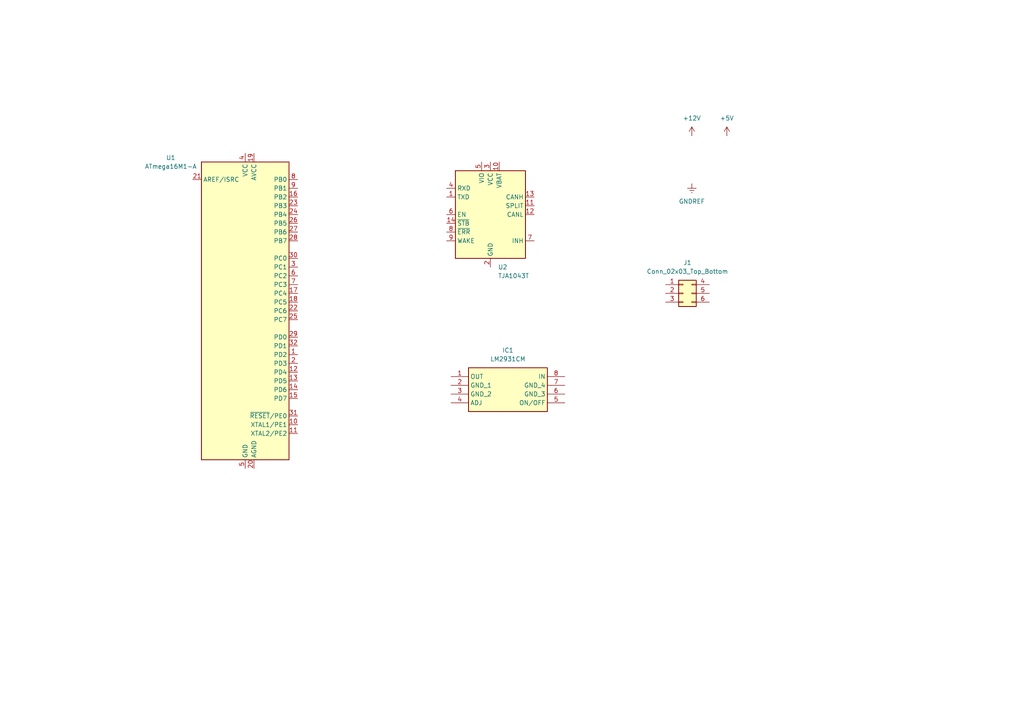
<source format=kicad_sch>
(kicad_sch
	(version 20231120)
	(generator "eeschema")
	(generator_version "8.0")
	(uuid "5e89252d-4020-466b-9ec0-ccc226b4c324")
	(paper "A4")
	(lib_symbols
		(symbol "Connector_Generic:Conn_02x03_Top_Bottom"
			(pin_names
				(offset 1.016) hide)
			(exclude_from_sim no)
			(in_bom yes)
			(on_board yes)
			(property "Reference" "J"
				(at 1.27 5.08 0)
				(effects
					(font
						(size 1.27 1.27)
					)
				)
			)
			(property "Value" "Conn_02x03_Top_Bottom"
				(at 1.27 -5.08 0)
				(effects
					(font
						(size 1.27 1.27)
					)
				)
			)
			(property "Footprint" ""
				(at 0 0 0)
				(effects
					(font
						(size 1.27 1.27)
					)
					(hide yes)
				)
			)
			(property "Datasheet" "~"
				(at 0 0 0)
				(effects
					(font
						(size 1.27 1.27)
					)
					(hide yes)
				)
			)
			(property "Description" "Generic connector, double row, 02x03, top/bottom pin numbering scheme (row 1: 1...pins_per_row, row2: pins_per_row+1 ... num_pins), script generated (kicad-library-utils/schlib/autogen/connector/)"
				(at 0 0 0)
				(effects
					(font
						(size 1.27 1.27)
					)
					(hide yes)
				)
			)
			(property "ki_keywords" "connector"
				(at 0 0 0)
				(effects
					(font
						(size 1.27 1.27)
					)
					(hide yes)
				)
			)
			(property "ki_fp_filters" "Connector*:*_2x??_*"
				(at 0 0 0)
				(effects
					(font
						(size 1.27 1.27)
					)
					(hide yes)
				)
			)
			(symbol "Conn_02x03_Top_Bottom_1_1"
				(rectangle
					(start -1.27 -2.413)
					(end 0 -2.667)
					(stroke
						(width 0.1524)
						(type default)
					)
					(fill
						(type none)
					)
				)
				(rectangle
					(start -1.27 0.127)
					(end 0 -0.127)
					(stroke
						(width 0.1524)
						(type default)
					)
					(fill
						(type none)
					)
				)
				(rectangle
					(start -1.27 2.667)
					(end 0 2.413)
					(stroke
						(width 0.1524)
						(type default)
					)
					(fill
						(type none)
					)
				)
				(rectangle
					(start -1.27 3.81)
					(end 3.81 -3.81)
					(stroke
						(width 0.254)
						(type default)
					)
					(fill
						(type background)
					)
				)
				(rectangle
					(start 3.81 -2.413)
					(end 2.54 -2.667)
					(stroke
						(width 0.1524)
						(type default)
					)
					(fill
						(type none)
					)
				)
				(rectangle
					(start 3.81 0.127)
					(end 2.54 -0.127)
					(stroke
						(width 0.1524)
						(type default)
					)
					(fill
						(type none)
					)
				)
				(rectangle
					(start 3.81 2.667)
					(end 2.54 2.413)
					(stroke
						(width 0.1524)
						(type default)
					)
					(fill
						(type none)
					)
				)
				(pin passive line
					(at -5.08 2.54 0)
					(length 3.81)
					(name "Pin_1"
						(effects
							(font
								(size 1.27 1.27)
							)
						)
					)
					(number "1"
						(effects
							(font
								(size 1.27 1.27)
							)
						)
					)
				)
				(pin passive line
					(at -5.08 0 0)
					(length 3.81)
					(name "Pin_2"
						(effects
							(font
								(size 1.27 1.27)
							)
						)
					)
					(number "2"
						(effects
							(font
								(size 1.27 1.27)
							)
						)
					)
				)
				(pin passive line
					(at -5.08 -2.54 0)
					(length 3.81)
					(name "Pin_3"
						(effects
							(font
								(size 1.27 1.27)
							)
						)
					)
					(number "3"
						(effects
							(font
								(size 1.27 1.27)
							)
						)
					)
				)
				(pin passive line
					(at 7.62 2.54 180)
					(length 3.81)
					(name "Pin_4"
						(effects
							(font
								(size 1.27 1.27)
							)
						)
					)
					(number "4"
						(effects
							(font
								(size 1.27 1.27)
							)
						)
					)
				)
				(pin passive line
					(at 7.62 0 180)
					(length 3.81)
					(name "Pin_5"
						(effects
							(font
								(size 1.27 1.27)
							)
						)
					)
					(number "5"
						(effects
							(font
								(size 1.27 1.27)
							)
						)
					)
				)
				(pin passive line
					(at 7.62 -2.54 180)
					(length 3.81)
					(name "Pin_6"
						(effects
							(font
								(size 1.27 1.27)
							)
						)
					)
					(number "6"
						(effects
							(font
								(size 1.27 1.27)
							)
						)
					)
				)
			)
		)
		(symbol "Interface_CAN_LIN:TJA1043T"
			(exclude_from_sim no)
			(in_bom yes)
			(on_board yes)
			(property "Reference" "U"
				(at -10.16 13.97 0)
				(effects
					(font
						(size 1.27 1.27)
					)
					(justify left)
				)
			)
			(property "Value" "TJA1043T"
				(at 3.81 13.97 0)
				(effects
					(font
						(size 1.27 1.27)
					)
					(justify left)
				)
			)
			(property "Footprint" "Package_SO:SOIC-14_3.9x8.7mm_P1.27mm"
				(at 0 -24.13 0)
				(effects
					(font
						(size 1.27 1.27)
					)
					(hide yes)
				)
			)
			(property "Datasheet" "https://www.nxp.com/docs/en/data-sheet/TJA1043.pdf"
				(at 0 -5.08 0)
				(effects
					(font
						(size 1.27 1.27)
					)
					(hide yes)
				)
			)
			(property "Description" "High-speed CAN-FD Transceiver with Sleep Mode, SOIC-14"
				(at 0 0 0)
				(effects
					(font
						(size 1.27 1.27)
					)
					(hide yes)
				)
			)
			(property "ki_keywords" "CAN FD High Speed CAN Transceiver Sleep Split-Pin VIO"
				(at 0 0 0)
				(effects
					(font
						(size 1.27 1.27)
					)
					(hide yes)
				)
			)
			(property "ki_fp_filters" "SOIC*3.9x8.7mm*P1.27mm*"
				(at 0 0 0)
				(effects
					(font
						(size 1.27 1.27)
					)
					(hide yes)
				)
			)
			(symbol "TJA1043T_0_1"
				(rectangle
					(start -10.16 12.7)
					(end 10.16 -12.7)
					(stroke
						(width 0.254)
						(type default)
					)
					(fill
						(type background)
					)
				)
			)
			(symbol "TJA1043T_1_1"
				(pin input line
					(at -12.7 5.08 0)
					(length 2.54)
					(name "TXD"
						(effects
							(font
								(size 1.27 1.27)
							)
						)
					)
					(number "1"
						(effects
							(font
								(size 1.27 1.27)
							)
						)
					)
				)
				(pin power_in line
					(at 2.54 15.24 270)
					(length 2.54)
					(name "VBAT"
						(effects
							(font
								(size 1.27 1.27)
							)
						)
					)
					(number "10"
						(effects
							(font
								(size 1.27 1.27)
							)
						)
					)
				)
				(pin output line
					(at 12.7 2.54 180)
					(length 2.54)
					(name "SPLIT"
						(effects
							(font
								(size 1.27 1.27)
							)
						)
					)
					(number "11"
						(effects
							(font
								(size 1.27 1.27)
							)
						)
					)
				)
				(pin bidirectional line
					(at 12.7 0 180)
					(length 2.54)
					(name "CANL"
						(effects
							(font
								(size 1.27 1.27)
							)
						)
					)
					(number "12"
						(effects
							(font
								(size 1.27 1.27)
							)
						)
					)
				)
				(pin bidirectional line
					(at 12.7 5.08 180)
					(length 2.54)
					(name "CANH"
						(effects
							(font
								(size 1.27 1.27)
							)
						)
					)
					(number "13"
						(effects
							(font
								(size 1.27 1.27)
							)
						)
					)
				)
				(pin input line
					(at -12.7 -2.54 0)
					(length 2.54)
					(name "~{STB}"
						(effects
							(font
								(size 1.27 1.27)
							)
						)
					)
					(number "14"
						(effects
							(font
								(size 1.27 1.27)
							)
						)
					)
				)
				(pin power_in line
					(at 0 -15.24 90)
					(length 2.54)
					(name "GND"
						(effects
							(font
								(size 1.27 1.27)
							)
						)
					)
					(number "2"
						(effects
							(font
								(size 1.27 1.27)
							)
						)
					)
				)
				(pin power_in line
					(at 0 15.24 270)
					(length 2.54)
					(name "VCC"
						(effects
							(font
								(size 1.27 1.27)
							)
						)
					)
					(number "3"
						(effects
							(font
								(size 1.27 1.27)
							)
						)
					)
				)
				(pin output line
					(at -12.7 7.62 0)
					(length 2.54)
					(name "RXD"
						(effects
							(font
								(size 1.27 1.27)
							)
						)
					)
					(number "4"
						(effects
							(font
								(size 1.27 1.27)
							)
						)
					)
				)
				(pin power_in line
					(at -2.54 15.24 270)
					(length 2.54)
					(name "VIO"
						(effects
							(font
								(size 1.27 1.27)
							)
						)
					)
					(number "5"
						(effects
							(font
								(size 1.27 1.27)
							)
						)
					)
				)
				(pin input line
					(at -12.7 0 0)
					(length 2.54)
					(name "EN"
						(effects
							(font
								(size 1.27 1.27)
							)
						)
					)
					(number "6"
						(effects
							(font
								(size 1.27 1.27)
							)
						)
					)
				)
				(pin open_emitter line
					(at 12.7 -7.62 180)
					(length 2.54)
					(name "INH"
						(effects
							(font
								(size 1.27 1.27)
							)
						)
					)
					(number "7"
						(effects
							(font
								(size 1.27 1.27)
							)
						)
					)
				)
				(pin output line
					(at -12.7 -5.08 0)
					(length 2.54)
					(name "~{ERR}"
						(effects
							(font
								(size 1.27 1.27)
							)
						)
					)
					(number "8"
						(effects
							(font
								(size 1.27 1.27)
							)
						)
					)
				)
				(pin input line
					(at -12.7 -7.62 0)
					(length 2.54)
					(name "WAKE"
						(effects
							(font
								(size 1.27 1.27)
							)
						)
					)
					(number "9"
						(effects
							(font
								(size 1.27 1.27)
							)
						)
					)
				)
			)
		)
		(symbol "LM2931CM:LM2931CM"
			(exclude_from_sim no)
			(in_bom yes)
			(on_board yes)
			(property "Reference" "IC"
				(at 29.21 7.62 0)
				(effects
					(font
						(size 1.27 1.27)
					)
					(justify left top)
				)
			)
			(property "Value" "LM2931CM"
				(at 29.21 5.08 0)
				(effects
					(font
						(size 1.27 1.27)
					)
					(justify left top)
				)
			)
			(property "Footprint" "SOIC127P600X175-8N"
				(at 29.21 -94.92 0)
				(effects
					(font
						(size 1.27 1.27)
					)
					(justify left top)
					(hide yes)
				)
			)
			(property "Datasheet" "http://www.ti.com/lit/ds/snosbe5g/snosbe5g.pdf"
				(at 29.21 -194.92 0)
				(effects
					(font
						(size 1.27 1.27)
					)
					(justify left top)
					(hide yes)
				)
			)
			(property "Description" "Series Low Dropout Regulators"
				(at 0 0 0)
				(effects
					(font
						(size 1.27 1.27)
					)
					(hide yes)
				)
			)
			(property "Height" "1.75"
				(at 29.21 -394.92 0)
				(effects
					(font
						(size 1.27 1.27)
					)
					(justify left top)
					(hide yes)
				)
			)
			(property "Mouser Part Number" "926-LM2931CM"
				(at 29.21 -494.92 0)
				(effects
					(font
						(size 1.27 1.27)
					)
					(justify left top)
					(hide yes)
				)
			)
			(property "Mouser Price/Stock" "https://www.mouser.co.uk/ProductDetail/Texas-Instruments/LM2931CM?qs=X1J7HmVL2ZGxAiyvyrjyRg%3D%3D"
				(at 29.21 -594.92 0)
				(effects
					(font
						(size 1.27 1.27)
					)
					(justify left top)
					(hide yes)
				)
			)
			(property "Manufacturer_Name" "Texas Instruments"
				(at 29.21 -694.92 0)
				(effects
					(font
						(size 1.27 1.27)
					)
					(justify left top)
					(hide yes)
				)
			)
			(property "Manufacturer_Part_Number" "LM2931CM"
				(at 29.21 -794.92 0)
				(effects
					(font
						(size 1.27 1.27)
					)
					(justify left top)
					(hide yes)
				)
			)
			(symbol "LM2931CM_1_1"
				(rectangle
					(start 5.08 2.54)
					(end 27.94 -10.16)
					(stroke
						(width 0.254)
						(type default)
					)
					(fill
						(type background)
					)
				)
				(pin passive line
					(at 0 0 0)
					(length 5.08)
					(name "OUT"
						(effects
							(font
								(size 1.27 1.27)
							)
						)
					)
					(number "1"
						(effects
							(font
								(size 1.27 1.27)
							)
						)
					)
				)
				(pin passive line
					(at 0 -2.54 0)
					(length 5.08)
					(name "GND_1"
						(effects
							(font
								(size 1.27 1.27)
							)
						)
					)
					(number "2"
						(effects
							(font
								(size 1.27 1.27)
							)
						)
					)
				)
				(pin passive line
					(at 0 -5.08 0)
					(length 5.08)
					(name "GND_2"
						(effects
							(font
								(size 1.27 1.27)
							)
						)
					)
					(number "3"
						(effects
							(font
								(size 1.27 1.27)
							)
						)
					)
				)
				(pin passive line
					(at 0 -7.62 0)
					(length 5.08)
					(name "ADJ"
						(effects
							(font
								(size 1.27 1.27)
							)
						)
					)
					(number "4"
						(effects
							(font
								(size 1.27 1.27)
							)
						)
					)
				)
				(pin passive line
					(at 33.02 -7.62 180)
					(length 5.08)
					(name "ON/OFF"
						(effects
							(font
								(size 1.27 1.27)
							)
						)
					)
					(number "5"
						(effects
							(font
								(size 1.27 1.27)
							)
						)
					)
				)
				(pin passive line
					(at 33.02 -5.08 180)
					(length 5.08)
					(name "GND_3"
						(effects
							(font
								(size 1.27 1.27)
							)
						)
					)
					(number "6"
						(effects
							(font
								(size 1.27 1.27)
							)
						)
					)
				)
				(pin passive line
					(at 33.02 -2.54 180)
					(length 5.08)
					(name "GND_4"
						(effects
							(font
								(size 1.27 1.27)
							)
						)
					)
					(number "7"
						(effects
							(font
								(size 1.27 1.27)
							)
						)
					)
				)
				(pin passive line
					(at 33.02 0 180)
					(length 5.08)
					(name "IN"
						(effects
							(font
								(size 1.27 1.27)
							)
						)
					)
					(number "8"
						(effects
							(font
								(size 1.27 1.27)
							)
						)
					)
				)
			)
		)
		(symbol "MCU_Microchip_ATmega:ATmega16M1-A"
			(exclude_from_sim no)
			(in_bom yes)
			(on_board yes)
			(property "Reference" "U"
				(at -12.7 44.45 0)
				(effects
					(font
						(size 1.27 1.27)
					)
					(justify left bottom)
				)
			)
			(property "Value" "ATmega16M1-A"
				(at 5.08 -44.45 0)
				(effects
					(font
						(size 1.27 1.27)
					)
					(justify left top)
				)
			)
			(property "Footprint" "Package_QFP:TQFP-32_7x7mm_P0.8mm"
				(at 0 0 0)
				(effects
					(font
						(size 1.27 1.27)
						(italic yes)
					)
					(hide yes)
				)
			)
			(property "Datasheet" "http://ww1.microchip.com/downloads/en/DeviceDoc/Atmel-8209-8-bit%20AVR%20ATmega16M1-32M1-64M1_Datasheet.pdf"
				(at 0 0 0)
				(effects
					(font
						(size 1.27 1.27)
					)
					(hide yes)
				)
			)
			(property "Description" "16MHz, 16kB Flash, 1kB SRAM, 512B EEPROM, CAN, TQFP-32"
				(at 0 0 0)
				(effects
					(font
						(size 1.27 1.27)
					)
					(hide yes)
				)
			)
			(property "ki_keywords" "AVR 8bit Microcontroller MegaAVR"
				(at 0 0 0)
				(effects
					(font
						(size 1.27 1.27)
					)
					(hide yes)
				)
			)
			(property "ki_fp_filters" "TQFP*7x7mm*P0.8mm*"
				(at 0 0 0)
				(effects
					(font
						(size 1.27 1.27)
					)
					(hide yes)
				)
			)
			(symbol "ATmega16M1-A_0_1"
				(rectangle
					(start -12.7 -43.18)
					(end 12.7 43.18)
					(stroke
						(width 0.254)
						(type default)
					)
					(fill
						(type background)
					)
				)
			)
			(symbol "ATmega16M1-A_1_1"
				(pin bidirectional line
					(at 15.24 -12.7 180)
					(length 2.54)
					(name "PD2"
						(effects
							(font
								(size 1.27 1.27)
							)
						)
					)
					(number "1"
						(effects
							(font
								(size 1.27 1.27)
							)
						)
					)
				)
				(pin bidirectional line
					(at 15.24 -33.02 180)
					(length 2.54)
					(name "XTAL1/PE1"
						(effects
							(font
								(size 1.27 1.27)
							)
						)
					)
					(number "10"
						(effects
							(font
								(size 1.27 1.27)
							)
						)
					)
				)
				(pin bidirectional line
					(at 15.24 -35.56 180)
					(length 2.54)
					(name "XTAL2/PE2"
						(effects
							(font
								(size 1.27 1.27)
							)
						)
					)
					(number "11"
						(effects
							(font
								(size 1.27 1.27)
							)
						)
					)
				)
				(pin bidirectional line
					(at 15.24 -17.78 180)
					(length 2.54)
					(name "PD4"
						(effects
							(font
								(size 1.27 1.27)
							)
						)
					)
					(number "12"
						(effects
							(font
								(size 1.27 1.27)
							)
						)
					)
				)
				(pin bidirectional line
					(at 15.24 -20.32 180)
					(length 2.54)
					(name "PD5"
						(effects
							(font
								(size 1.27 1.27)
							)
						)
					)
					(number "13"
						(effects
							(font
								(size 1.27 1.27)
							)
						)
					)
				)
				(pin bidirectional line
					(at 15.24 -22.86 180)
					(length 2.54)
					(name "PD6"
						(effects
							(font
								(size 1.27 1.27)
							)
						)
					)
					(number "14"
						(effects
							(font
								(size 1.27 1.27)
							)
						)
					)
				)
				(pin bidirectional line
					(at 15.24 -25.4 180)
					(length 2.54)
					(name "PD7"
						(effects
							(font
								(size 1.27 1.27)
							)
						)
					)
					(number "15"
						(effects
							(font
								(size 1.27 1.27)
							)
						)
					)
				)
				(pin bidirectional line
					(at 15.24 33.02 180)
					(length 2.54)
					(name "PB2"
						(effects
							(font
								(size 1.27 1.27)
							)
						)
					)
					(number "16"
						(effects
							(font
								(size 1.27 1.27)
							)
						)
					)
				)
				(pin bidirectional line
					(at 15.24 5.08 180)
					(length 2.54)
					(name "PC4"
						(effects
							(font
								(size 1.27 1.27)
							)
						)
					)
					(number "17"
						(effects
							(font
								(size 1.27 1.27)
							)
						)
					)
				)
				(pin bidirectional line
					(at 15.24 2.54 180)
					(length 2.54)
					(name "PC5"
						(effects
							(font
								(size 1.27 1.27)
							)
						)
					)
					(number "18"
						(effects
							(font
								(size 1.27 1.27)
							)
						)
					)
				)
				(pin power_in line
					(at 2.54 45.72 270)
					(length 2.54)
					(name "AVCC"
						(effects
							(font
								(size 1.27 1.27)
							)
						)
					)
					(number "19"
						(effects
							(font
								(size 1.27 1.27)
							)
						)
					)
				)
				(pin bidirectional line
					(at 15.24 -15.24 180)
					(length 2.54)
					(name "PD3"
						(effects
							(font
								(size 1.27 1.27)
							)
						)
					)
					(number "2"
						(effects
							(font
								(size 1.27 1.27)
							)
						)
					)
				)
				(pin power_in line
					(at 2.54 -45.72 90)
					(length 2.54)
					(name "AGND"
						(effects
							(font
								(size 1.27 1.27)
							)
						)
					)
					(number "20"
						(effects
							(font
								(size 1.27 1.27)
							)
						)
					)
				)
				(pin passive line
					(at -15.24 38.1 0)
					(length 2.54)
					(name "AREF/ISRC"
						(effects
							(font
								(size 1.27 1.27)
							)
						)
					)
					(number "21"
						(effects
							(font
								(size 1.27 1.27)
							)
						)
					)
				)
				(pin bidirectional line
					(at 15.24 0 180)
					(length 2.54)
					(name "PC6"
						(effects
							(font
								(size 1.27 1.27)
							)
						)
					)
					(number "22"
						(effects
							(font
								(size 1.27 1.27)
							)
						)
					)
				)
				(pin bidirectional line
					(at 15.24 30.48 180)
					(length 2.54)
					(name "PB3"
						(effects
							(font
								(size 1.27 1.27)
							)
						)
					)
					(number "23"
						(effects
							(font
								(size 1.27 1.27)
							)
						)
					)
				)
				(pin bidirectional line
					(at 15.24 27.94 180)
					(length 2.54)
					(name "PB4"
						(effects
							(font
								(size 1.27 1.27)
							)
						)
					)
					(number "24"
						(effects
							(font
								(size 1.27 1.27)
							)
						)
					)
				)
				(pin bidirectional line
					(at 15.24 -2.54 180)
					(length 2.54)
					(name "PC7"
						(effects
							(font
								(size 1.27 1.27)
							)
						)
					)
					(number "25"
						(effects
							(font
								(size 1.27 1.27)
							)
						)
					)
				)
				(pin bidirectional line
					(at 15.24 25.4 180)
					(length 2.54)
					(name "PB5"
						(effects
							(font
								(size 1.27 1.27)
							)
						)
					)
					(number "26"
						(effects
							(font
								(size 1.27 1.27)
							)
						)
					)
				)
				(pin bidirectional line
					(at 15.24 22.86 180)
					(length 2.54)
					(name "PB6"
						(effects
							(font
								(size 1.27 1.27)
							)
						)
					)
					(number "27"
						(effects
							(font
								(size 1.27 1.27)
							)
						)
					)
				)
				(pin bidirectional line
					(at 15.24 20.32 180)
					(length 2.54)
					(name "PB7"
						(effects
							(font
								(size 1.27 1.27)
							)
						)
					)
					(number "28"
						(effects
							(font
								(size 1.27 1.27)
							)
						)
					)
				)
				(pin bidirectional line
					(at 15.24 -7.62 180)
					(length 2.54)
					(name "PD0"
						(effects
							(font
								(size 1.27 1.27)
							)
						)
					)
					(number "29"
						(effects
							(font
								(size 1.27 1.27)
							)
						)
					)
				)
				(pin bidirectional line
					(at 15.24 12.7 180)
					(length 2.54)
					(name "PC1"
						(effects
							(font
								(size 1.27 1.27)
							)
						)
					)
					(number "3"
						(effects
							(font
								(size 1.27 1.27)
							)
						)
					)
				)
				(pin bidirectional line
					(at 15.24 15.24 180)
					(length 2.54)
					(name "PC0"
						(effects
							(font
								(size 1.27 1.27)
							)
						)
					)
					(number "30"
						(effects
							(font
								(size 1.27 1.27)
							)
						)
					)
				)
				(pin bidirectional line
					(at 15.24 -30.48 180)
					(length 2.54)
					(name "~{RESET}/PE0"
						(effects
							(font
								(size 1.27 1.27)
							)
						)
					)
					(number "31"
						(effects
							(font
								(size 1.27 1.27)
							)
						)
					)
				)
				(pin bidirectional line
					(at 15.24 -10.16 180)
					(length 2.54)
					(name "PD1"
						(effects
							(font
								(size 1.27 1.27)
							)
						)
					)
					(number "32"
						(effects
							(font
								(size 1.27 1.27)
							)
						)
					)
				)
				(pin power_in line
					(at 0 45.72 270)
					(length 2.54)
					(name "VCC"
						(effects
							(font
								(size 1.27 1.27)
							)
						)
					)
					(number "4"
						(effects
							(font
								(size 1.27 1.27)
							)
						)
					)
				)
				(pin power_in line
					(at 0 -45.72 90)
					(length 2.54)
					(name "GND"
						(effects
							(font
								(size 1.27 1.27)
							)
						)
					)
					(number "5"
						(effects
							(font
								(size 1.27 1.27)
							)
						)
					)
				)
				(pin bidirectional line
					(at 15.24 10.16 180)
					(length 2.54)
					(name "PC2"
						(effects
							(font
								(size 1.27 1.27)
							)
						)
					)
					(number "6"
						(effects
							(font
								(size 1.27 1.27)
							)
						)
					)
				)
				(pin bidirectional line
					(at 15.24 7.62 180)
					(length 2.54)
					(name "PC3"
						(effects
							(font
								(size 1.27 1.27)
							)
						)
					)
					(number "7"
						(effects
							(font
								(size 1.27 1.27)
							)
						)
					)
				)
				(pin bidirectional line
					(at 15.24 38.1 180)
					(length 2.54)
					(name "PB0"
						(effects
							(font
								(size 1.27 1.27)
							)
						)
					)
					(number "8"
						(effects
							(font
								(size 1.27 1.27)
							)
						)
					)
				)
				(pin bidirectional line
					(at 15.24 35.56 180)
					(length 2.54)
					(name "PB1"
						(effects
							(font
								(size 1.27 1.27)
							)
						)
					)
					(number "9"
						(effects
							(font
								(size 1.27 1.27)
							)
						)
					)
				)
			)
		)
		(symbol "power:+12V"
			(power)
			(pin_numbers hide)
			(pin_names
				(offset 0) hide)
			(exclude_from_sim no)
			(in_bom yes)
			(on_board yes)
			(property "Reference" "#PWR"
				(at 0 -3.81 0)
				(effects
					(font
						(size 1.27 1.27)
					)
					(hide yes)
				)
			)
			(property "Value" "+12V"
				(at 0 3.556 0)
				(effects
					(font
						(size 1.27 1.27)
					)
				)
			)
			(property "Footprint" ""
				(at 0 0 0)
				(effects
					(font
						(size 1.27 1.27)
					)
					(hide yes)
				)
			)
			(property "Datasheet" ""
				(at 0 0 0)
				(effects
					(font
						(size 1.27 1.27)
					)
					(hide yes)
				)
			)
			(property "Description" "Power symbol creates a global label with name \"+12V\""
				(at 0 0 0)
				(effects
					(font
						(size 1.27 1.27)
					)
					(hide yes)
				)
			)
			(property "ki_keywords" "global power"
				(at 0 0 0)
				(effects
					(font
						(size 1.27 1.27)
					)
					(hide yes)
				)
			)
			(symbol "+12V_0_1"
				(polyline
					(pts
						(xy -0.762 1.27) (xy 0 2.54)
					)
					(stroke
						(width 0)
						(type default)
					)
					(fill
						(type none)
					)
				)
				(polyline
					(pts
						(xy 0 0) (xy 0 2.54)
					)
					(stroke
						(width 0)
						(type default)
					)
					(fill
						(type none)
					)
				)
				(polyline
					(pts
						(xy 0 2.54) (xy 0.762 1.27)
					)
					(stroke
						(width 0)
						(type default)
					)
					(fill
						(type none)
					)
				)
			)
			(symbol "+12V_1_1"
				(pin power_in line
					(at 0 0 90)
					(length 0)
					(name "~"
						(effects
							(font
								(size 1.27 1.27)
							)
						)
					)
					(number "1"
						(effects
							(font
								(size 1.27 1.27)
							)
						)
					)
				)
			)
		)
		(symbol "power:+5V"
			(power)
			(pin_numbers hide)
			(pin_names
				(offset 0) hide)
			(exclude_from_sim no)
			(in_bom yes)
			(on_board yes)
			(property "Reference" "#PWR"
				(at 0 -3.81 0)
				(effects
					(font
						(size 1.27 1.27)
					)
					(hide yes)
				)
			)
			(property "Value" "+5V"
				(at 0 3.556 0)
				(effects
					(font
						(size 1.27 1.27)
					)
				)
			)
			(property "Footprint" ""
				(at 0 0 0)
				(effects
					(font
						(size 1.27 1.27)
					)
					(hide yes)
				)
			)
			(property "Datasheet" ""
				(at 0 0 0)
				(effects
					(font
						(size 1.27 1.27)
					)
					(hide yes)
				)
			)
			(property "Description" "Power symbol creates a global label with name \"+5V\""
				(at 0 0 0)
				(effects
					(font
						(size 1.27 1.27)
					)
					(hide yes)
				)
			)
			(property "ki_keywords" "global power"
				(at 0 0 0)
				(effects
					(font
						(size 1.27 1.27)
					)
					(hide yes)
				)
			)
			(symbol "+5V_0_1"
				(polyline
					(pts
						(xy -0.762 1.27) (xy 0 2.54)
					)
					(stroke
						(width 0)
						(type default)
					)
					(fill
						(type none)
					)
				)
				(polyline
					(pts
						(xy 0 0) (xy 0 2.54)
					)
					(stroke
						(width 0)
						(type default)
					)
					(fill
						(type none)
					)
				)
				(polyline
					(pts
						(xy 0 2.54) (xy 0.762 1.27)
					)
					(stroke
						(width 0)
						(type default)
					)
					(fill
						(type none)
					)
				)
			)
			(symbol "+5V_1_1"
				(pin power_in line
					(at 0 0 90)
					(length 0)
					(name "~"
						(effects
							(font
								(size 1.27 1.27)
							)
						)
					)
					(number "1"
						(effects
							(font
								(size 1.27 1.27)
							)
						)
					)
				)
			)
		)
		(symbol "power:GNDREF"
			(power)
			(pin_numbers hide)
			(pin_names
				(offset 0) hide)
			(exclude_from_sim no)
			(in_bom yes)
			(on_board yes)
			(property "Reference" "#PWR"
				(at 0 -6.35 0)
				(effects
					(font
						(size 1.27 1.27)
					)
					(hide yes)
				)
			)
			(property "Value" "GNDREF"
				(at 0 -3.81 0)
				(effects
					(font
						(size 1.27 1.27)
					)
				)
			)
			(property "Footprint" ""
				(at 0 0 0)
				(effects
					(font
						(size 1.27 1.27)
					)
					(hide yes)
				)
			)
			(property "Datasheet" ""
				(at 0 0 0)
				(effects
					(font
						(size 1.27 1.27)
					)
					(hide yes)
				)
			)
			(property "Description" "Power symbol creates a global label with name \"GNDREF\" , reference supply ground"
				(at 0 0 0)
				(effects
					(font
						(size 1.27 1.27)
					)
					(hide yes)
				)
			)
			(property "ki_keywords" "global power"
				(at 0 0 0)
				(effects
					(font
						(size 1.27 1.27)
					)
					(hide yes)
				)
			)
			(symbol "GNDREF_0_1"
				(polyline
					(pts
						(xy -0.635 -1.905) (xy 0.635 -1.905)
					)
					(stroke
						(width 0)
						(type default)
					)
					(fill
						(type none)
					)
				)
				(polyline
					(pts
						(xy -0.127 -2.54) (xy 0.127 -2.54)
					)
					(stroke
						(width 0)
						(type default)
					)
					(fill
						(type none)
					)
				)
				(polyline
					(pts
						(xy 0 -1.27) (xy 0 0)
					)
					(stroke
						(width 0)
						(type default)
					)
					(fill
						(type none)
					)
				)
				(polyline
					(pts
						(xy 1.27 -1.27) (xy -1.27 -1.27)
					)
					(stroke
						(width 0)
						(type default)
					)
					(fill
						(type none)
					)
				)
			)
			(symbol "GNDREF_1_1"
				(pin power_in line
					(at 0 0 270)
					(length 0)
					(name "~"
						(effects
							(font
								(size 1.27 1.27)
							)
						)
					)
					(number "1"
						(effects
							(font
								(size 1.27 1.27)
							)
						)
					)
				)
			)
		)
	)
	(symbol
		(lib_id "power:GNDREF")
		(at 200.66 53.34 0)
		(unit 1)
		(exclude_from_sim no)
		(in_bom yes)
		(on_board yes)
		(dnp no)
		(fields_autoplaced yes)
		(uuid "0289be2d-d33c-4237-a3ba-968013cf28d1")
		(property "Reference" "#PWR03"
			(at 200.66 59.69 0)
			(effects
				(font
					(size 1.27 1.27)
				)
				(hide yes)
			)
		)
		(property "Value" "GNDREF"
			(at 200.66 58.42 0)
			(effects
				(font
					(size 1.27 1.27)
				)
			)
		)
		(property "Footprint" ""
			(at 200.66 53.34 0)
			(effects
				(font
					(size 1.27 1.27)
				)
				(hide yes)
			)
		)
		(property "Datasheet" ""
			(at 200.66 53.34 0)
			(effects
				(font
					(size 1.27 1.27)
				)
				(hide yes)
			)
		)
		(property "Description" "Power symbol creates a global label with name \"GNDREF\" , reference supply ground"
			(at 200.66 53.34 0)
			(effects
				(font
					(size 1.27 1.27)
				)
				(hide yes)
			)
		)
		(pin "1"
			(uuid "0aba00b0-df0c-41fc-b408-961cb9c1f715")
		)
		(instances
			(project "swc"
				(path "/5e89252d-4020-466b-9ec0-ccc226b4c324"
					(reference "#PWR03")
					(unit 1)
				)
			)
		)
	)
	(symbol
		(lib_id "MCU_Microchip_ATmega:ATmega16M1-A")
		(at 71.12 90.17 0)
		(unit 1)
		(exclude_from_sim no)
		(in_bom yes)
		(on_board yes)
		(dnp no)
		(fields_autoplaced yes)
		(uuid "264b39c1-7394-4425-8293-342509a2ce8b")
		(property "Reference" "U1"
			(at 49.53 45.7514 0)
			(effects
				(font
					(size 1.27 1.27)
				)
			)
		)
		(property "Value" "ATmega16M1-A"
			(at 49.53 48.2914 0)
			(effects
				(font
					(size 1.27 1.27)
				)
			)
		)
		(property "Footprint" "Package_QFP:TQFP-32_7x7mm_P0.8mm"
			(at 71.12 90.17 0)
			(effects
				(font
					(size 1.27 1.27)
					(italic yes)
				)
				(hide yes)
			)
		)
		(property "Datasheet" "http://ww1.microchip.com/downloads/en/DeviceDoc/Atmel-8209-8-bit%20AVR%20ATmega16M1-32M1-64M1_Datasheet.pdf"
			(at 71.12 90.17 0)
			(effects
				(font
					(size 1.27 1.27)
				)
				(hide yes)
			)
		)
		(property "Description" "16MHz, 16kB Flash, 1kB SRAM, 512B EEPROM, CAN, TQFP-32"
			(at 71.12 90.17 0)
			(effects
				(font
					(size 1.27 1.27)
				)
				(hide yes)
			)
		)
		(pin "3"
			(uuid "43a97b42-5ccd-4e15-9737-e757e3f937cb")
		)
		(pin "23"
			(uuid "bf9e36be-3249-4417-88d8-573b47da2768")
		)
		(pin "8"
			(uuid "edcf3275-3f54-4b98-96cb-a35335695bb9")
		)
		(pin "10"
			(uuid "5a8ccb9b-ef38-46ef-86c1-429250c6512b")
		)
		(pin "24"
			(uuid "54579dc0-e506-4787-bce9-596781c54662")
		)
		(pin "25"
			(uuid "89076995-95b3-45fd-bc51-aeba67875d36")
		)
		(pin "18"
			(uuid "44182c43-d137-487c-9929-7fe040863cfe")
		)
		(pin "19"
			(uuid "0343002a-18af-416b-b64a-a71539bdc193")
		)
		(pin "22"
			(uuid "e26e312a-66f5-4229-bf32-4deee1fd06a3")
		)
		(pin "26"
			(uuid "cfcfc462-b7b3-4b50-a794-a2fc4c2fd96c")
		)
		(pin "14"
			(uuid "aa9d51f6-6265-410a-bdc6-5a6ffcc0e724")
		)
		(pin "17"
			(uuid "8ff05432-6837-4824-bca9-0b9a8e13f6ab")
		)
		(pin "11"
			(uuid "d4d3a081-cdda-4591-8696-126f314dc25e")
		)
		(pin "2"
			(uuid "6a089804-fed2-439e-afb2-2b5aa310ad05")
		)
		(pin "5"
			(uuid "8f7d13ac-7908-43d2-ade7-b12734e7e9d4")
		)
		(pin "12"
			(uuid "ceac4c08-dc6b-42a9-8310-2416fc4fb0d6")
		)
		(pin "4"
			(uuid "a7ea1ded-8791-47ab-8b09-f7602467908d")
		)
		(pin "1"
			(uuid "03db2136-4c55-443f-a9ed-c395823210d1")
		)
		(pin "9"
			(uuid "230c3af2-c544-413b-a0d2-b4aaf86aa553")
		)
		(pin "16"
			(uuid "629c4c80-110c-409a-9bf6-3e9ee16182e8")
		)
		(pin "28"
			(uuid "535c4317-8209-4df9-a3d0-984b8cc7f414")
		)
		(pin "27"
			(uuid "f2f4eed5-85ca-4504-ad17-6e0217f4fea1")
		)
		(pin "30"
			(uuid "5972ef0a-1cbf-44d1-84cb-28f4d81a3d75")
		)
		(pin "20"
			(uuid "5c933873-6e4d-448e-8075-e18f06f854e7")
		)
		(pin "21"
			(uuid "9e6ff37f-24a0-4a4a-8391-7a9d50153f00")
		)
		(pin "7"
			(uuid "1a46f7eb-89f2-4b81-8471-034bb98d63b5")
		)
		(pin "15"
			(uuid "73e4a1f1-c8e2-4ad0-a97e-5df1e5d47005")
		)
		(pin "31"
			(uuid "7195332f-2db3-45d2-8b6d-7c32cab80ae5")
		)
		(pin "29"
			(uuid "f87816ae-0a19-4dc4-9441-db92d4d4737c")
		)
		(pin "13"
			(uuid "2cc2dbec-e5a6-4431-8a6e-aa6edeeb7fd0")
		)
		(pin "32"
			(uuid "9a7e666d-2746-4dec-ac94-b2422f13e9f1")
		)
		(pin "6"
			(uuid "ddc53e01-8e17-4d1a-83b2-b6413c673000")
		)
		(instances
			(project "swc"
				(path "/5e89252d-4020-466b-9ec0-ccc226b4c324"
					(reference "U1")
					(unit 1)
				)
			)
		)
	)
	(symbol
		(lib_id "Connector_Generic:Conn_02x03_Top_Bottom")
		(at 198.12 85.09 0)
		(unit 1)
		(exclude_from_sim no)
		(in_bom yes)
		(on_board yes)
		(dnp no)
		(fields_autoplaced yes)
		(uuid "7b3be666-170c-4b8f-9e4c-ee8a80542e46")
		(property "Reference" "J1"
			(at 199.39 76.2 0)
			(effects
				(font
					(size 1.27 1.27)
				)
			)
		)
		(property "Value" "Conn_02x03_Top_Bottom"
			(at 199.39 78.74 0)
			(effects
				(font
					(size 1.27 1.27)
				)
			)
		)
		(property "Footprint" "Connector_TE-Connectivity:TE_MATE-N-LOK_1-770969-x_2x03_P4.14mm_Horizontal"
			(at 198.12 85.09 0)
			(effects
				(font
					(size 1.27 1.27)
				)
				(hide yes)
			)
		)
		(property "Datasheet" "~"
			(at 198.12 85.09 0)
			(effects
				(font
					(size 1.27 1.27)
				)
				(hide yes)
			)
		)
		(property "Description" "Generic connector, double row, 02x03, top/bottom pin numbering scheme (row 1: 1...pins_per_row, row2: pins_per_row+1 ... num_pins), script generated (kicad-library-utils/schlib/autogen/connector/)"
			(at 198.12 85.09 0)
			(effects
				(font
					(size 1.27 1.27)
				)
				(hide yes)
			)
		)
		(pin "5"
			(uuid "94facf3a-8ee1-46d2-acde-54970ea2a59a")
		)
		(pin "2"
			(uuid "074557ff-b1fc-4f96-9a07-bab8f2949c4c")
		)
		(pin "3"
			(uuid "60134c4d-5ed6-4bd7-a6b9-6461fca211b4")
		)
		(pin "4"
			(uuid "7ceeeac8-e5fd-4170-abff-e288439146f5")
		)
		(pin "1"
			(uuid "1616dbfa-8ab2-4314-95a2-d0858b14a40e")
		)
		(pin "6"
			(uuid "2e78d088-73fd-4bae-98e9-6f7716f576c8")
		)
		(instances
			(project "swc"
				(path "/5e89252d-4020-466b-9ec0-ccc226b4c324"
					(reference "J1")
					(unit 1)
				)
			)
		)
	)
	(symbol
		(lib_id "Interface_CAN_LIN:TJA1043T")
		(at 142.24 62.23 0)
		(unit 1)
		(exclude_from_sim no)
		(in_bom yes)
		(on_board yes)
		(dnp no)
		(fields_autoplaced yes)
		(uuid "95689503-220b-41db-8b59-0a80f9371843")
		(property "Reference" "U2"
			(at 144.4341 77.47 0)
			(effects
				(font
					(size 1.27 1.27)
				)
				(justify left)
			)
		)
		(property "Value" "TJA1043T"
			(at 144.4341 80.01 0)
			(effects
				(font
					(size 1.27 1.27)
				)
				(justify left)
			)
		)
		(property "Footprint" "Package_SO:SOIC-14_3.9x8.7mm_P1.27mm"
			(at 142.24 86.36 0)
			(effects
				(font
					(size 1.27 1.27)
				)
				(hide yes)
			)
		)
		(property "Datasheet" "https://www.nxp.com/docs/en/data-sheet/TJA1043.pdf"
			(at 142.24 67.31 0)
			(effects
				(font
					(size 1.27 1.27)
				)
				(hide yes)
			)
		)
		(property "Description" "High-speed CAN-FD Transceiver with Sleep Mode, SOIC-14"
			(at 142.24 62.23 0)
			(effects
				(font
					(size 1.27 1.27)
				)
				(hide yes)
			)
		)
		(pin "12"
			(uuid "e4bb9438-7a71-4ab9-85ae-d003cfcb96e0")
		)
		(pin "14"
			(uuid "7d6d9a44-8aec-446b-8d6d-5ff8753b34f0")
		)
		(pin "3"
			(uuid "19917f60-49d3-42db-b4c3-65e070fbbbad")
		)
		(pin "4"
			(uuid "53f09a99-d8a9-49b7-b059-f815dd1dc5ce")
		)
		(pin "8"
			(uuid "d19bd71a-4df2-4029-a3b8-b6f2490b9003")
		)
		(pin "7"
			(uuid "ea97e1a2-7265-4a06-8936-a3ad8d958a19")
		)
		(pin "9"
			(uuid "138cc03f-4201-4aa0-9f41-2e6faf33713a")
		)
		(pin "1"
			(uuid "4e05f4d8-522e-48fb-9263-90756afafb8c")
		)
		(pin "10"
			(uuid "c6adbc06-5b46-442a-b488-88bb2382a21f")
		)
		(pin "13"
			(uuid "eae24ee7-ba8c-4a67-94a2-16d6c4bf1de0")
		)
		(pin "5"
			(uuid "a7535062-4738-4ee4-b94b-4f57c8a706f6")
		)
		(pin "2"
			(uuid "1d0410f2-b3a8-438a-bee3-f07f1005fcdd")
		)
		(pin "6"
			(uuid "637c4f73-bad3-4211-95cd-016adf020e98")
		)
		(pin "11"
			(uuid "8f504364-164c-44e1-9cd4-f18ac2ffb5c7")
		)
		(instances
			(project "swc"
				(path "/5e89252d-4020-466b-9ec0-ccc226b4c324"
					(reference "U2")
					(unit 1)
				)
			)
		)
	)
	(symbol
		(lib_id "power:+5V")
		(at 210.82 39.37 0)
		(unit 1)
		(exclude_from_sim no)
		(in_bom yes)
		(on_board yes)
		(dnp no)
		(fields_autoplaced yes)
		(uuid "9edf2b11-438d-4ae7-bf6e-11aa02f4b889")
		(property "Reference" "#PWR02"
			(at 210.82 43.18 0)
			(effects
				(font
					(size 1.27 1.27)
				)
				(hide yes)
			)
		)
		(property "Value" "+5V"
			(at 210.82 34.29 0)
			(effects
				(font
					(size 1.27 1.27)
				)
			)
		)
		(property "Footprint" ""
			(at 210.82 39.37 0)
			(effects
				(font
					(size 1.27 1.27)
				)
				(hide yes)
			)
		)
		(property "Datasheet" ""
			(at 210.82 39.37 0)
			(effects
				(font
					(size 1.27 1.27)
				)
				(hide yes)
			)
		)
		(property "Description" "Power symbol creates a global label with name \"+5V\""
			(at 210.82 39.37 0)
			(effects
				(font
					(size 1.27 1.27)
				)
				(hide yes)
			)
		)
		(pin "1"
			(uuid "4d618ecb-2b55-4827-8d53-acf159ca4a8a")
		)
		(instances
			(project "swc"
				(path "/5e89252d-4020-466b-9ec0-ccc226b4c324"
					(reference "#PWR02")
					(unit 1)
				)
			)
		)
	)
	(symbol
		(lib_id "power:+12V")
		(at 200.66 39.37 0)
		(unit 1)
		(exclude_from_sim no)
		(in_bom yes)
		(on_board yes)
		(dnp no)
		(fields_autoplaced yes)
		(uuid "b765ebae-5c37-4110-978e-2dc6da8e82bd")
		(property "Reference" "#PWR01"
			(at 200.66 43.18 0)
			(effects
				(font
					(size 1.27 1.27)
				)
				(hide yes)
			)
		)
		(property "Value" "+12V"
			(at 200.66 34.29 0)
			(effects
				(font
					(size 1.27 1.27)
				)
			)
		)
		(property "Footprint" ""
			(at 200.66 39.37 0)
			(effects
				(font
					(size 1.27 1.27)
				)
				(hide yes)
			)
		)
		(property "Datasheet" ""
			(at 200.66 39.37 0)
			(effects
				(font
					(size 1.27 1.27)
				)
				(hide yes)
			)
		)
		(property "Description" "Power symbol creates a global label with name \"+12V\""
			(at 200.66 39.37 0)
			(effects
				(font
					(size 1.27 1.27)
				)
				(hide yes)
			)
		)
		(pin "1"
			(uuid "8fff7e65-42cb-4eeb-9d95-02b8464b32be")
		)
		(instances
			(project "swc"
				(path "/5e89252d-4020-466b-9ec0-ccc226b4c324"
					(reference "#PWR01")
					(unit 1)
				)
			)
		)
	)
	(symbol
		(lib_id "LM2931CM:LM2931CM")
		(at 130.81 109.22 0)
		(unit 1)
		(exclude_from_sim no)
		(in_bom yes)
		(on_board yes)
		(dnp no)
		(fields_autoplaced yes)
		(uuid "da2f14c2-7977-490f-9aae-e96ac2b4a19e")
		(property "Reference" "IC1"
			(at 147.32 101.6 0)
			(effects
				(font
					(size 1.27 1.27)
				)
			)
		)
		(property "Value" "LM2931CM"
			(at 147.32 104.14 0)
			(effects
				(font
					(size 1.27 1.27)
				)
			)
		)
		(property "Footprint" "SOIC127P600X175-8N"
			(at 160.02 204.14 0)
			(effects
				(font
					(size 1.27 1.27)
				)
				(justify left top)
				(hide yes)
			)
		)
		(property "Datasheet" "http://www.ti.com/lit/ds/snosbe5g/snosbe5g.pdf"
			(at 160.02 304.14 0)
			(effects
				(font
					(size 1.27 1.27)
				)
				(justify left top)
				(hide yes)
			)
		)
		(property "Description" "Series Low Dropout Regulators"
			(at 130.81 109.22 0)
			(effects
				(font
					(size 1.27 1.27)
				)
				(hide yes)
			)
		)
		(property "Height" "1.75"
			(at 160.02 504.14 0)
			(effects
				(font
					(size 1.27 1.27)
				)
				(justify left top)
				(hide yes)
			)
		)
		(property "Mouser Part Number" "926-LM2931CM"
			(at 160.02 604.14 0)
			(effects
				(font
					(size 1.27 1.27)
				)
				(justify left top)
				(hide yes)
			)
		)
		(property "Mouser Price/Stock" "https://www.mouser.co.uk/ProductDetail/Texas-Instruments/LM2931CM?qs=X1J7HmVL2ZGxAiyvyrjyRg%3D%3D"
			(at 160.02 704.14 0)
			(effects
				(font
					(size 1.27 1.27)
				)
				(justify left top)
				(hide yes)
			)
		)
		(property "Manufacturer_Name" "Texas Instruments"
			(at 160.02 804.14 0)
			(effects
				(font
					(size 1.27 1.27)
				)
				(justify left top)
				(hide yes)
			)
		)
		(property "Manufacturer_Part_Number" "LM2931CM"
			(at 160.02 904.14 0)
			(effects
				(font
					(size 1.27 1.27)
				)
				(justify left top)
				(hide yes)
			)
		)
		(pin "7"
			(uuid "244356b0-d927-417a-98d1-337a0e4f6b5c")
		)
		(pin "2"
			(uuid "21efdce2-c7ff-4e03-a146-240d61e8ba06")
		)
		(pin "5"
			(uuid "6173d909-b17f-460e-9d69-36690cabf6a8")
		)
		(pin "8"
			(uuid "4e747f96-1fcb-4869-9915-a5f4c9414270")
		)
		(pin "4"
			(uuid "76b928b2-a4e3-4f30-8d90-905108298285")
		)
		(pin "3"
			(uuid "3dd4a8ec-4009-48a2-86a4-50f9357bed73")
		)
		(pin "1"
			(uuid "2624cb6b-a23a-4e44-b77e-3e406e5c6b4f")
		)
		(pin "6"
			(uuid "1e0d6afb-4f4c-4466-a0ef-7c03db7e7e92")
		)
		(instances
			(project "swc"
				(path "/5e89252d-4020-466b-9ec0-ccc226b4c324"
					(reference "IC1")
					(unit 1)
				)
			)
		)
	)
	(sheet_instances
		(path "/"
			(page "1")
		)
	)
)

</source>
